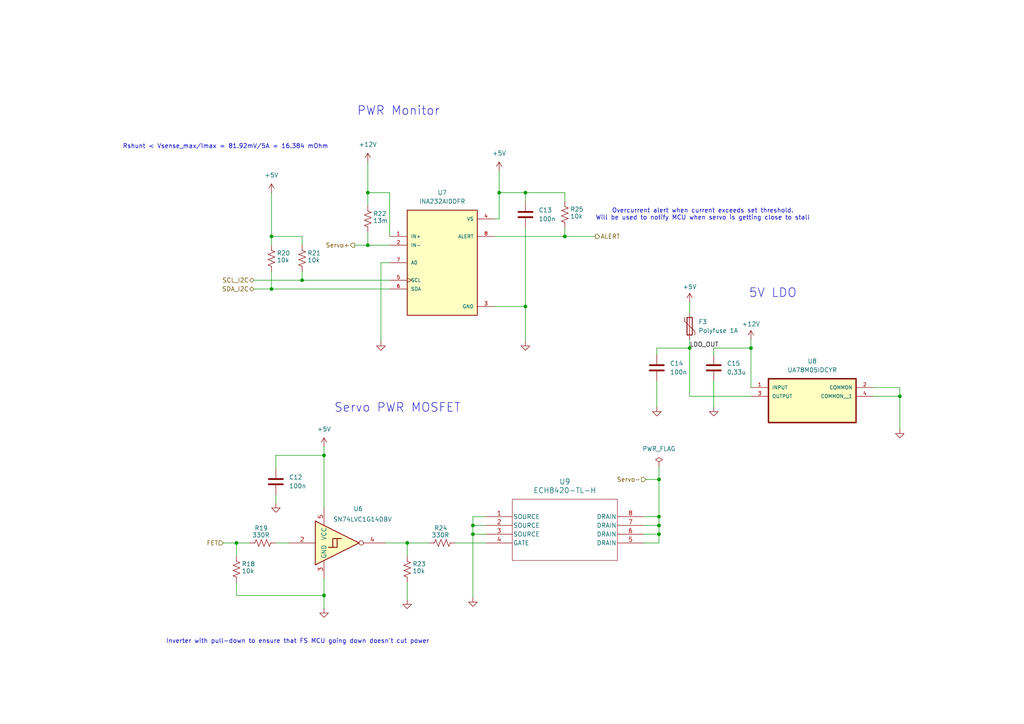
<source format=kicad_sch>
(kicad_sch (version 20231120) (generator "eeschema") (generator_version "8.0")
  (paper "A4")
  (lib_symbols
    (symbol "ECH8420-TL-H:ECH8420-TL-H" (pin_names (offset 0.254))
      (property "Reference" "U" (at 22.86 10.16 0))
      (property "Value" "ECH8420-TL-H" (at 22.86 7.62 0))
      (symbol "ECH8420-TL-H_0_1"
        (polyline (pts (xy 7.62 -12.7) (xy 38.1 -12.7)) (stroke (width 0.127)))
        (polyline (pts (xy 7.62 5.08) (xy 7.62 -12.7)) (stroke (width 0.127)))
        (polyline (pts (xy 38.1 -12.7) (xy 38.1 5.08)) (stroke (width 0.127)))
        (polyline (pts (xy 38.1 5.08) (xy 7.62 5.08)) (stroke (width 0.127)))
        (pin unspecified line (at 0 0 0) (length 7.62) (name "SOURCE") (number "1"))
        (pin unspecified line (at 0 -2.54 0) (length 7.62) (name "SOURCE") (number "2"))
        (pin unspecified line (at 0 -5.08 0) (length 7.62) (name "SOURCE") (number "3"))
        (pin unspecified line (at 0 -7.62 0) (length 7.62) (name "GATE") (number "4"))
        (pin output line (at 45.72 -7.62 180) (length 7.62) (name "DRAIN") (number "5"))
        (pin output line (at 45.72 -5.08 180) (length 7.62) (name "DRAIN") (number "6"))
        (pin output line (at 45.72 -2.54 180) (length 7.62) (name "DRAIN") (number "7"))
        (pin output line (at 45.72 0 180) (length 7.62) (name "DRAIN") (number "8"))
      )
    )
    (symbol "canhw:+12V" (power) (pin_numbers hide) (pin_names (offset 0) hide)
      (property "Value" "+12V" (at 0 3.556 0))
      (symbol "+12V_0_1"
        (polyline (pts (xy -0.762 1.27) (xy 0 2.54)))
        (polyline (pts (xy 0 0) (xy 0 2.54)))
        (polyline (pts (xy 0 2.54) (xy 0.762 1.27)))
      )
      (symbol "+12V_1_1"
        (pin power_in line (at 0 0 90) (length 0) (name "~") (number "1"))
      )
    )
    (symbol "canhw:+5V" (power) (pin_numbers hide) (pin_names (offset 0) hide)
      (property "Value" "+5V" (at 0 3.556 0))
      (symbol "+5V_0_1"
        (polyline (pts (xy -0.762 1.27) (xy 0 2.54)))
        (polyline (pts (xy 0 0) (xy 0 2.54)))
        (polyline (pts (xy 0 2.54) (xy 0.762 1.27)))
      )
      (symbol "+5V_1_1"
        (pin power_in line (at 0 0 90) (length 0) (name "~") (number "1"))
      )
    )
    (symbol "canhw:C" (pin_numbers hide) (pin_names (offset 0.254))
      (property "Reference" "C" (at 0.635 2.54 0))
      (property "Value" "C" (at 0.635 -2.54 0))
      (symbol "C_0_1"
        (polyline (pts (xy -2.032 -0.762) (xy 2.032 -0.762)) (stroke (width 0.508)))
        (polyline (pts (xy -2.032 0.762) (xy 2.032 0.762)) (stroke (width 0.508)))
      )
      (symbol "C_1_1"
        (pin passive line (at 0 3.81 270) (length 2.794) (name "~") (number "1"))
        (pin passive line (at 0 -3.81 90) (length 2.794) (name "~") (number "2"))
      )
    )
    (symbol "canhw:GND" (power) (pin_numbers hide) (pin_names (offset 0) hide)
      (property "Value" "GND" (at 0 -3.81 0))
      (symbol "GND_0_1"
        (polyline (pts (xy 0 0) (xy 0 -1.27) (xy 1.27 -1.27) (xy 0 -2.54) (xy -1.27 -1.27) (xy 0 -1.27)))
      )
      (symbol "GND_1_1"
        (pin power_in line (at 0 0 270) (length 0) (name "~") (number "1"))
      )
    )
    (symbol "canhw:INA232AIDDFR" (pin_names (offset 1.016))
      (property "Reference" "U" (at -10.16 17.78 0))
      (property "Value" "INA232AIDDFR" (at -10.16 -17.78 0))
      (symbol "INA232AIDDFR_0_0"
        (rectangle (start -10.16 -15.24) (end 10.16 15.24) (stroke (width 0.254)) (fill (type background)))
        (pin input line (at -15.24 7.62 0) (length 5.08) (name "IN+") (number "1"))
        (pin input line (at -15.24 5.08 0) (length 5.08) (name "IN-") (number "2"))
        (pin power_in line (at 15.24 -12.7 180) (length 5.08) (name "GND") (number "3"))
        (pin power_in line (at 15.24 12.7 180) (length 5.08) (name "VS") (number "4"))
        (pin input clock (at -15.24 -5.08 0) (length 5.08) (name "SCL") (number "5"))
        (pin bidirectional line (at -15.24 -7.62 0) (length 5.08) (name "SDA") (number "6"))
        (pin input line (at -15.24 0 0) (length 5.08) (name "A0") (number "7"))
        (pin output line (at 15.24 7.62 180) (length 5.08) (name "ALERT") (number "8"))
      )
    )
    (symbol "canhw:PWR_FLAG" (power) (pin_numbers hide) (pin_names (offset 0) hide)
      (property "Value" "PWR_FLAG" (at 0 3.81 0))
      (symbol "PWR_FLAG_0_0"
        (pin power_out line (at 0 0 90) (length 0) (name "~") (number "1"))
      )
      (symbol "PWR_FLAG_0_1"
        (polyline (pts (xy 0 0) (xy 0 1.27) (xy -1.016 1.905) (xy 0 2.54) (xy 1.016 1.905) (xy 0 1.27)))
      )
    )
    (symbol "canhw:Polyfuse" (pin_numbers hide) (pin_names (offset 0))
      (property "Reference" "F" (at -2.54 0 90))
      (property "Value" "Polyfuse" (at 2.54 0 90))
      (symbol "Polyfuse_0_1"
        (rectangle (start -0.762 2.54) (end 0.762 -2.54) (stroke (width 0.254)))
        (polyline (pts (xy 0 2.54) (xy 0 -2.54)))
        (polyline (pts (xy -1.524 2.54) (xy -1.524 1.524) (xy 1.524 -1.524) (xy 1.524 -2.54)))
      )
      (symbol "Polyfuse_1_1"
        (pin passive line (at 0 3.81 270) (length 1.27) (name "~") (number "1"))
        (pin passive line (at 0 -3.81 90) (length 1.27) (name "~") (number "2"))
      )
    )
    (symbol "canhw:R_US" (pin_numbers hide) (pin_names (offset 0))
      (property "Reference" "R" (at 2.54 0 90))
      (property "Value" "R_US" (at -2.54 0 90))
      (symbol "R_US_0_1"
        (polyline (pts (xy 0 -2.286) (xy 0 -2.54)))
        (polyline (pts (xy 0 2.286) (xy 0 2.54)))
        (polyline (pts (xy 0 -0.762) (xy 1.016 -1.143) (xy 0 -1.524) (xy -1.016 -1.905) (xy 0 -2.286)))
        (polyline (pts (xy 0 0.762) (xy 1.016 0.381) (xy 0 0) (xy -1.016 -0.381) (xy 0 -0.762)))
        (polyline (pts (xy 0 2.286) (xy 1.016 1.905) (xy 0 1.524) (xy -1.016 1.143) (xy 0 0.762)))
      )
      (symbol "R_US_1_1"
        (pin passive line (at 0 3.81 270) (length 1.27) (name "~") (number "1"))
        (pin passive line (at 0 -3.81 90) (length 1.27) (name "~") (number "2"))
      )
    )
    (symbol "canhw:SN74LVC1G14DBV"
      (property "Reference" "U" (at 0 3.81 0))
      (property "Value" "SN74LVC1G14DBV" (at 0 -3.81 0))
      (symbol "SN74LVC1G14DBV_0_1"
        (polyline (pts (xy -7.62 6.35) (xy -7.62 -6.35) (xy 5.08 0) (xy -7.62 6.35)) (stroke (width 0.254)) (fill (type background)))
      )
      (symbol "SN74LVC1G14DBV_1_1"
        (polyline (pts (xy -3.81 -1.27) (xy -1.27 -1.27) (xy -1.27 1.27)) (stroke (width 0.254)))
        (polyline (pts (xy -2.54 -1.27) (xy -2.54 1.27) (xy 0 1.27)) (stroke (width 0.254)))
        (pin no_connect line (at -7.62 5.08 180) (length 5.08) hide (name "NC") (number "1"))
        (pin input line (at -15.24 0 0) (length 7.62) (name "~") (number "2"))
        (pin power_in line (at -5.08 -10.16 90) (length 5.08) (name "GND") (number "3"))
        (pin output inverted (at 12.7 0 180) (length 7.62) (name "~") (number "4"))
        (pin power_in line (at -5.08 10.16 270) (length 5.08) (name "VCC") (number "5"))
      )
    )
    (symbol "canhw:UA78M05IDCYR" (pin_names (offset 1.016))
      (property "Reference" "U" (at -12.7 6.08 0))
      (property "Value" "UA78M05IDCYR" (at -12.7 -11.62 0))
      (symbol "UA78M05IDCYR_0_0"
        (rectangle (start -12.7 -7.62) (end 12.7 5.08) (stroke (width 0.41)) (fill (type background)))
        (pin input line (at -17.78 2.54 0) (length 5.08) (name "INPUT") (number "1"))
        (pin output line (at 17.78 2.54 180) (length 5.08) (name "COMMON") (number "2"))
        (pin input line (at -17.78 0 0) (length 5.08) (name "OUTPUT") (number "3"))
        (pin output line (at 17.78 0 180) (length 5.08) (name "COMMON__1") (number "4"))
      )
    )
  )
  (junction (at 87.63 81.28))
  (junction (at 106.68 71.12))
  (junction (at 200.025 100.965))
  (junction (at 93.98 132.08))
  (junction (at 260.985 114.935))
  (junction (at 93.98 172.72))
  (junction (at 191.135 152.4))
  (junction (at 137.16 154.94))
  (junction (at 78.74 83.82))
  (junction (at 106.68 55.88))
  (junction (at 191.135 149.86))
  (junction (at 191.135 139.065))
  (junction (at 144.78 55.88))
  (junction (at 68.58 157.48))
  (junction (at 191.135 154.94))
  (junction (at 137.16 152.4))
  (junction (at 163.83 68.58))
  (junction (at 217.805 100.965))
  (junction (at 118.11 157.48))
  (junction (at 152.4 55.88))
  (junction (at 78.74 68.58))
  (junction (at 152.4 88.9))
  (wire (pts (xy 207.01 102.87) (xy 207.01 100.965)))
  (wire (pts (xy 217.805 114.935) (xy 200.025 114.935)))
  (wire (pts (xy 253.365 114.935) (xy 260.985 114.935)))
  (wire (pts (xy 191.135 139.065) (xy 191.135 149.86)))
  (wire (pts (xy 191.135 135.255) (xy 191.135 139.065)))
  (wire (pts (xy 152.4 55.88) (xy 144.78 55.88)))
  (wire (pts (xy 78.74 55.88) (xy 78.74 68.58)))
  (wire (pts (xy 152.4 88.9) (xy 152.4 99.06)))
  (wire (pts (xy 137.16 152.4) (xy 140.97 152.4)))
  (wire (pts (xy 68.58 172.72) (xy 93.98 172.72)))
  (wire (pts (xy 190.5 100.965) (xy 200.025 100.965)))
  (wire (pts (xy 78.74 68.58) (xy 78.74 71.12)))
  (wire (pts (xy 190.5 110.49) (xy 190.5 118.11)))
  (wire (pts (xy 73.66 83.82) (xy 78.74 83.82)))
  (wire (pts (xy 186.69 157.48) (xy 191.135 157.48)))
  (wire (pts (xy 137.16 152.4) (xy 137.16 154.94)))
  (wire (pts (xy 113.03 83.82) (xy 78.74 83.82)))
  (wire (pts (xy 260.985 114.935) (xy 260.985 124.46)))
  (wire (pts (xy 87.63 71.12) (xy 87.63 68.58)))
  (wire (pts (xy 144.78 55.88) (xy 144.78 63.5)))
  (wire (pts (xy 80.01 143.51) (xy 80.01 146.05)))
  (wire (pts (xy 106.68 55.88) (xy 106.68 59.69)))
  (wire (pts (xy 106.68 71.12) (xy 113.03 71.12)))
  (wire (pts (xy 137.16 154.94) (xy 137.16 173.355)))
  (wire (pts (xy 200.025 114.935) (xy 200.025 100.965)))
  (wire (pts (xy 137.16 154.94) (xy 140.97 154.94)))
  (wire (pts (xy 163.83 55.88) (xy 163.83 58.42)))
  (wire (pts (xy 143.51 68.58) (xy 163.83 68.58)))
  (wire (pts (xy 217.805 98.425) (xy 217.805 100.965)))
  (wire (pts (xy 93.98 129.54) (xy 93.98 132.08)))
  (wire (pts (xy 140.97 149.86) (xy 137.16 149.86)))
  (wire (pts (xy 191.135 157.48) (xy 191.135 154.94)))
  (wire (pts (xy 64.77 157.48) (xy 68.58 157.48)))
  (wire (pts (xy 143.51 63.5) (xy 144.78 63.5)))
  (wire (pts (xy 106.68 46.99) (xy 106.68 55.88)))
  (wire (pts (xy 118.11 168.91) (xy 118.11 173.99)))
  (wire (pts (xy 102.87 71.12) (xy 106.68 71.12)))
  (wire (pts (xy 186.69 149.86) (xy 191.135 149.86)))
  (wire (pts (xy 93.98 147.32) (xy 93.98 132.08)))
  (wire (pts (xy 190.5 102.87) (xy 190.5 100.965)))
  (wire (pts (xy 87.63 68.58) (xy 78.74 68.58)))
  (wire (pts (xy 68.58 157.48) (xy 68.58 161.29)))
  (wire (pts (xy 106.68 55.88) (xy 113.03 55.88)))
  (wire (pts (xy 207.01 110.49) (xy 207.01 118.11)))
  (wire (pts (xy 118.11 157.48) (xy 118.11 161.29)))
  (wire (pts (xy 113.03 68.58) (xy 113.03 55.88)))
  (wire (pts (xy 163.83 55.88) (xy 152.4 55.88)))
  (wire (pts (xy 106.68 67.31) (xy 106.68 71.12)))
  (wire (pts (xy 93.98 132.08) (xy 80.01 132.08)))
  (wire (pts (xy 260.985 112.395) (xy 260.985 114.935)))
  (wire (pts (xy 110.49 76.2) (xy 110.49 99.06)))
  (wire (pts (xy 118.11 157.48) (xy 124.46 157.48)))
  (wire (pts (xy 87.63 81.28) (xy 113.03 81.28)))
  (wire (pts (xy 80.01 157.48) (xy 83.82 157.48)))
  (wire (pts (xy 132.08 157.48) (xy 140.97 157.48)))
  (wire (pts (xy 143.51 88.9) (xy 152.4 88.9)))
  (wire (pts (xy 93.98 172.72) (xy 93.98 176.53)))
  (wire (pts (xy 217.805 100.965) (xy 217.805 112.395)))
  (wire (pts (xy 113.03 76.2) (xy 110.49 76.2)))
  (wire (pts (xy 137.16 149.86) (xy 137.16 152.4)))
  (wire (pts (xy 93.98 167.64) (xy 93.98 172.72)))
  (wire (pts (xy 152.4 66.04) (xy 152.4 88.9)))
  (wire (pts (xy 200.025 87.63) (xy 200.025 90.805)))
  (wire (pts (xy 68.58 157.48) (xy 72.39 157.48)))
  (wire (pts (xy 191.135 154.94) (xy 191.135 152.4)))
  (wire (pts (xy 163.83 68.58) (xy 172.72 68.58)))
  (wire (pts (xy 68.58 168.91) (xy 68.58 172.72)))
  (wire (pts (xy 73.66 81.28) (xy 87.63 81.28)))
  (wire (pts (xy 111.76 157.48) (xy 118.11 157.48)))
  (wire (pts (xy 187.325 139.065) (xy 191.135 139.065)))
  (wire (pts (xy 191.135 152.4) (xy 191.135 149.86)))
  (wire (pts (xy 186.69 154.94) (xy 191.135 154.94)))
  (wire (pts (xy 200.025 98.425) (xy 200.025 100.965)))
  (wire (pts (xy 186.69 152.4) (xy 191.135 152.4)))
  (wire (pts (xy 253.365 112.395) (xy 260.985 112.395)))
  (wire (pts (xy 87.63 78.74) (xy 87.63 81.28)))
  (wire (pts (xy 163.83 68.58) (xy 163.83 66.04)))
  (wire (pts (xy 152.4 55.88) (xy 152.4 58.42)))
  (wire (pts (xy 207.01 100.965) (xy 217.805 100.965)))
  (wire (pts (xy 144.78 49.53) (xy 144.78 55.88)))
  (wire (pts (xy 80.01 132.08) (xy 80.01 135.89)))
  (wire (pts (xy 78.74 83.82) (xy 78.74 78.74)))
  (text "Servo PWR MOSFET" (at 115.316 118.364 0) (effects (font (size 2.54 2.54))))
  (text "PWR Monitor" (at 115.57 32.258 0) (effects (font (size 2.54 2.54))))
  (text "Inverter with pull-down to ensure that FS MCU going down doesn't cut power" (at 86.36 186.055 0) (effects (font (size 1.27 1.27))))
  (text "5V LDO" (at 224.155 85.09 0) (effects (font (size 2.54 2.54))))
  (text "Overcurrent alert when current exceeds set threshold.\nWill be used to notify MCU when servo is getting close to stall" (at 203.835 62.23 0) (effects (font (size 1.27 1.27))))
  (text "Rshunt < Vsense_max/Imax = 81.92mV/5A = 16.384 mOhm" (at 65.405 42.545 0) (effects (font (size 1.27 1.27))))
  (label "LDO_OUT" (at 200.025 100.965 0))
  (hierarchical_label "SCL_I2C" (shape bidirectional) (at 73.66 81.28 180))
  (hierarchical_label "ALERT" (shape output) (at 172.72 68.58 0))
  (hierarchical_label "Servo+" (shape output) (at 102.87 71.12 180))
  (hierarchical_label "Servo-" (shape input) (at 187.325 139.065 180))
  (hierarchical_label "SDA_I2C" (shape bidirectional) (at 73.66 83.82 180))
  (hierarchical_label "FET" (shape input) (at 64.77 157.48 180))
  (symbol (lib_id "canhw:C") (at 152.4 62.23 0) (unit 1)
    (property "Reference" "C13" (at 156.21 60.9599 0) (effects (justify left)))
    (property "Value" "100n" (at 156.21 63.4999 0) (effects (justify left)))
    (property "Footprint" "Capacitor_SMD:C_0805_2012Metric_Pad1.18x1.45mm_HandSolder" (effects (hide yes)))
    (property "Description" "Unpolarized capacitor" (effects (hide yes)))
  )
  (symbol (lib_id "canhw:R_US") (at 106.68 63.5 0) (unit 1)
    (property "Reference" "R22" (at 108.204 61.976 0) (effects (justify left)))
    (property "Value" "13m" (at 108.204 64.008 0) (effects (justify left)))
    (property "Footprint" "Resistor_SMD:R_1206_3216Metric_Pad1.30x1.75mm_HandSolder" (effects (hide yes)))
    (property "Description" "Resistor, US symbol" (effects (hide yes)))
  )
  (symbol (lib_id "canhw:GND") (at 190.5 118.11 0) (unit 1)
    (property "Reference" "#PWR038" (effects (hide yes)))
    (property "Value" "GND" (effects (hide yes)))
    (property "Description" "Power symbol creates a global label with name \"GND\" , ground" (effects (hide yes)))
  )
  (symbol (lib_id "ECH8420-TL-H:ECH8420-TL-H") (at 140.97 149.86 0) (unit 1)
    (property "Reference" "U9" (at 163.83 139.7 0) (effects (font (size 1.524 1.524))))
    (property "Value" "ECH8420-TL-H" (at 163.83 142.24 0) (effects (font (size 1.524 1.524))))
    (property "Footprint" "Package_TO_SOT_SMD:OnSemi_ECH8" (effects (hide yes)))
    (property "Datasheet" "ECH8420-TL-H" (effects (hide yes)))
  )
  (symbol (lib_id "canhw:+12V") (at 106.68 46.99 0) (unit 1)
    (property "Reference" "#PWR021" (effects (hide yes)))
    (property "Value" "+12V" (at 106.68 41.91 0))
    (property "Description" "Power symbol creates a global label with name \"+12V\"" (effects (hide yes)))
  )
  (symbol (lib_id "canhw:UA78M05IDCYR") (at 235.585 114.935 0) (unit 1)
    (property "Reference" "U8" (at 235.585 104.775 0))
    (property "Value" "UA78M05IDCYR" (at 235.585 107.315 0))
    (property "Footprint" "motor-control:SOT230P700X180-4N" (effects (hide yes)))
    (property "Datasheet" "https://www.ti.com/lit/ds/slvs059u/slvs059u.pdf?ts=1731308944996" (effects (hide yes)))
  )
  (symbol (lib_id "canhw:R_US") (at 76.2 157.48 90) (unit 1)
    (property "Reference" "R19" (at 77.724 153.162 90) (effects (justify left)))
    (property "Value" "330R" (at 78.232 155.194 90) (effects (justify left)))
    (property "Footprint" "Resistor_SMD:R_0805_2012Metric_Pad1.20x1.40mm_HandSolder" (effects (hide yes)))
    (property "Description" "Resistor, US symbol" (effects (hide yes)))
  )
  (symbol (lib_id "canhw:C") (at 80.01 139.7 0) (unit 1)
    (property "Reference" "C12" (at 83.82 138.4299 0) (effects (justify left)))
    (property "Value" "100n" (at 83.82 140.9699 0) (effects (justify left)))
    (property "Footprint" "Capacitor_SMD:C_0805_2012Metric_Pad1.18x1.45mm_HandSolder" (effects (hide yes)))
    (property "Description" "Unpolarized capacitor" (effects (hide yes)))
  )
  (symbol (lib_id "canhw:+5V") (at 93.98 129.54 0) (unit 1)
    (property "Reference" "#PWR036" (effects (hide yes)))
    (property "Value" "+5V" (at 93.98 124.46 0))
    (property "Description" "Power symbol creates a global label with name \"+5V\"" (effects (hide yes)))
  )
  (symbol (lib_id "canhw:+5V") (at 200.025 87.63 0) (unit 1)
    (property "Reference" "#PWR028" (effects (hide yes)))
    (property "Value" "+5V" (at 200.025 83.185 0))
    (property "Description" "Power symbol creates a global label with name \"+5V\"" (effects (hide yes)))
  )
  (symbol (lib_id "canhw:GND") (at 118.11 173.99 0) (unit 1)
    (property "Reference" "#PWR020" (effects (hide yes)))
    (property "Value" "GND" (effects (hide yes)))
    (property "Description" "Power symbol creates a global label with name \"GND\" , ground" (effects (hide yes)))
  )
  (symbol (lib_id "canhw:R_US") (at 68.58 165.1 0) (unit 1)
    (property "Reference" "R18" (at 70.104 163.576 0) (effects (justify left)))
    (property "Value" "10k" (at 70.104 165.608 0) (effects (justify left)))
    (property "Footprint" "Resistor_SMD:R_0805_2012Metric_Pad1.20x1.40mm_HandSolder" (effects (hide yes)))
    (property "Description" "Resistor, US symbol" (effects (hide yes)))
  )
  (symbol (lib_id "canhw:GND") (at 260.985 124.46 0) (unit 1)
    (property "Reference" "#PWR029" (effects (hide yes)))
    (property "Value" "GND" (effects (hide yes)))
    (property "Description" "Power symbol creates a global label with name \"GND\" , ground" (effects (hide yes)))
  )
  (symbol (lib_id "canhw:GND") (at 152.4 99.06 0) (unit 1)
    (property "Reference" "#PWR016" (effects (hide yes)))
    (property "Value" "GND" (effects (hide yes)))
    (property "Description" "Power symbol creates a global label with name \"GND\" , ground" (effects (hide yes)))
  )
  (symbol (lib_id "canhw:INA232AIDDFR") (at 128.27 76.2 0) (unit 1)
    (property "Reference" "U7" (at 128.27 55.88 0))
    (property "Value" "INA232AIDDFR" (at 128.27 58.42 0))
    (property "Footprint" "motor-control:SOT65P280X110-8N" (effects (hide yes)))
    (property "Datasheet" "https://www.ti.com/lit/ds/symlink/ina232.pdf?ts=1731308914488&ref_url=https%253A%252F%252Fwww.ti.com%252Fproduct%252FINA232" (effects (hide yes)))
    (property "PARTREV" "December 2022" (effects (hide yes)))
    (property "STANDARD" "Manufacturer Recommendations" (effects (hide yes)))
    (property "MAXIMUM_PACKAGE_HEIGHT" "1.10mm" (effects (hide yes)))
    (property "MANUFACTURER" "Texas Instruments" (effects (hide yes)))
  )
  (symbol (lib_id "canhw:+5V") (at 78.74 55.88 0) (unit 1)
    (property "Reference" "#PWR05" (effects (hide yes)))
    (property "Value" "+5V" (at 78.74 50.8 0))
    (property "Description" "Power symbol creates a global label with name \"+5V\"" (effects (hide yes)))
  )
  (symbol (lib_id "canhw:+12V") (at 217.805 98.425 0) (unit 1)
    (property "Reference" "#PWR037" (effects (hide yes)))
    (property "Value" "+12V" (at 217.805 93.98 0))
    (property "Description" "Power symbol creates a global label with name \"+12V\"" (effects (hide yes)))
  )
  (symbol (lib_id "canhw:SN74LVC1G14DBV") (at 99.06 157.48 0) (unit 1)
    (property "Reference" "U6" (at 103.886 147.574 0))
    (property "Value" "SN74LVC1G14DBV" (at 105.156 150.622 0))
    (property "Footprint" "Package_TO_SOT_SMD:SOT-23-5" (effects (hide yes)))
    (property "Datasheet" "https://www.ti.com/lit/ds/symlink/sn74lvc1g14.pdf" (effects (hide yes)))
    (property "Description" "Single Schmitt NOT Gate, Low-Voltage CMOS, SOT-23" (effects (hide yes)))
  )
  (symbol (lib_id "canhw:R_US") (at 87.63 74.93 0) (unit 1)
    (property "Reference" "R21" (at 89.154 73.406 0) (effects (justify left)))
    (property "Value" "10k" (at 89.154 75.438 0) (effects (justify left)))
    (property "Footprint" "Resistor_SMD:R_0805_2012Metric_Pad1.20x1.40mm_HandSolder" (effects (hide yes)))
    (property "Description" "Resistor, US symbol" (effects (hide yes)))
  )
  (symbol (lib_id "canhw:GND") (at 110.49 99.06 0) (unit 1)
    (property "Reference" "#PWR012" (effects (hide yes)))
    (property "Value" "GND" (effects (hide yes)))
    (property "Description" "Power symbol creates a global label with name \"GND\" , ground" (effects (hide yes)))
  )
  (symbol (lib_id "canhw:R_US") (at 163.83 62.23 0) (unit 1)
    (property "Reference" "R25" (at 165.354 60.706 0) (effects (justify left)))
    (property "Value" "10k" (at 165.354 62.738 0) (effects (justify left)))
    (property "Footprint" "Resistor_SMD:R_0805_2012Metric_Pad1.20x1.40mm_HandSolder" (effects (hide yes)))
    (property "Description" "Resistor, US symbol" (effects (hide yes)))
  )
  (symbol (lib_id "canhw:+5V") (at 144.78 49.53 0) (unit 1)
    (property "Reference" "#PWR013" (effects (hide yes)))
    (property "Value" "+5V" (at 144.78 44.45 0))
    (property "Description" "Power symbol creates a global label with name \"+5V\"" (effects (hide yes)))
  )
  (symbol (lib_id "canhw:Polyfuse") (at 200.025 94.615 0) (unit 1)
    (property "Reference" "F3" (at 202.565 93.345 0) (effects (justify left)))
    (property "Value" "Polyfuse 1A" (at 202.565 95.885 0) (effects (justify left)))
    (property "Footprint" "Fuse:Fuse_1206_3216Metric_Pad1.42x1.75mm_HandSolder" (effects (hide yes)))
    (property "Description" "Resettable fuse, polymeric positive temperature coefficient" (effects (hide yes)))
  )
  (symbol (lib_id "canhw:GND") (at 93.98 176.53 0) (unit 1)
    (property "Reference" "#PWR022" (effects (hide yes)))
    (property "Value" "GND" (effects (hide yes)))
    (property "Description" "Power symbol creates a global label with name \"GND\" , ground" (effects (hide yes)))
  )
  (symbol (lib_id "canhw:GND") (at 80.01 146.05 0) (unit 1)
    (property "Reference" "#PWR030" (effects (hide yes)))
    (property "Value" "GND" (effects (hide yes)))
    (property "Description" "Power symbol creates a global label with name \"GND\" , ground" (effects (hide yes)))
  )
  (symbol (lib_id "canhw:PWR_FLAG") (at 191.135 135.255 0) (unit 1)
    (property "Reference" "#FLG01" (effects (hide yes)))
    (property "Value" "PWR_FLAG" (at 191.135 130.175 0))
    (property "Description" "Special symbol for telling ERC where power comes from" (effects (hide yes)))
  )
  (symbol (lib_id "canhw:GND") (at 137.16 173.355 0) (unit 1)
    (property "Reference" "#PWR010" (effects (hide yes)))
    (property "Value" "GND" (effects (hide yes)))
    (property "Description" "Power symbol creates a global label with name \"GND\" , ground" (effects (hide yes)))
  )
  (symbol (lib_id "canhw:R_US") (at 118.11 165.1 0) (unit 1)
    (property "Reference" "R23" (at 119.634 163.576 0) (effects (justify left)))
    (property "Value" "10k" (at 119.634 165.608 0) (effects (justify left)))
    (property "Footprint" "Resistor_SMD:R_0805_2012Metric_Pad1.20x1.40mm_HandSolder" (effects (hide yes)))
    (property "Description" "Resistor, US symbol" (effects (hide yes)))
  )
  (symbol (lib_id "canhw:GND") (at 207.01 118.11 0) (unit 1)
    (property "Reference" "#PWR046" (effects (hide yes)))
    (property "Value" "GND" (effects (hide yes)))
    (property "Description" "Power symbol creates a global label with name \"GND\" , ground" (effects (hide yes)))
  )
  (symbol (lib_id "canhw:C") (at 207.01 106.68 0) (unit 1)
    (property "Reference" "C15" (at 210.82 105.4099 0) (effects (justify left)))
    (property "Value" "0.33u" (at 210.82 107.9499 0) (effects (justify left)))
    (property "Footprint" "Capacitor_SMD:C_0805_2012Metric_Pad1.18x1.45mm_HandSolder" (effects (hide yes)))
    (property "Description" "Unpolarized capacitor" (effects (hide yes)))
  )
  (symbol (lib_id "canhw:C") (at 190.5 106.68 0) (unit 1)
    (property "Reference" "C14" (at 194.31 105.4099 0) (effects (justify left)))
    (property "Value" "100n" (at 194.31 107.9499 0) (effects (justify left)))
    (property "Footprint" "Capacitor_SMD:C_0805_2012Metric_Pad1.18x1.45mm_HandSolder" (effects (hide yes)))
    (property "Description" "Unpolarized capacitor" (effects (hide yes)))
  )
  (symbol (lib_id "canhw:R_US") (at 78.74 74.93 0) (unit 1)
    (property "Reference" "R20" (at 80.264 73.406 0) (effects (justify left)))
    (property "Value" "10k" (at 80.264 75.438 0) (effects (justify left)))
    (property "Footprint" "Resistor_SMD:R_0805_2012Metric_Pad1.20x1.40mm_HandSolder" (effects (hide yes)))
    (property "Description" "Resistor, US symbol" (effects (hide yes)))
  )
  (symbol (lib_id "canhw:R_US") (at 128.27 157.48 90) (unit 1)
    (property "Reference" "R24" (at 129.794 153.162 90) (effects (justify left)))
    (property "Value" "330R" (at 130.302 155.194 90) (effects (justify left)))
    (property "Footprint" "Resistor_SMD:R_0805_2012Metric_Pad1.20x1.40mm_HandSolder" (effects (hide yes)))
    (property "Description" "Resistor, US symbol" (effects (hide yes)))
  )
)
</source>
